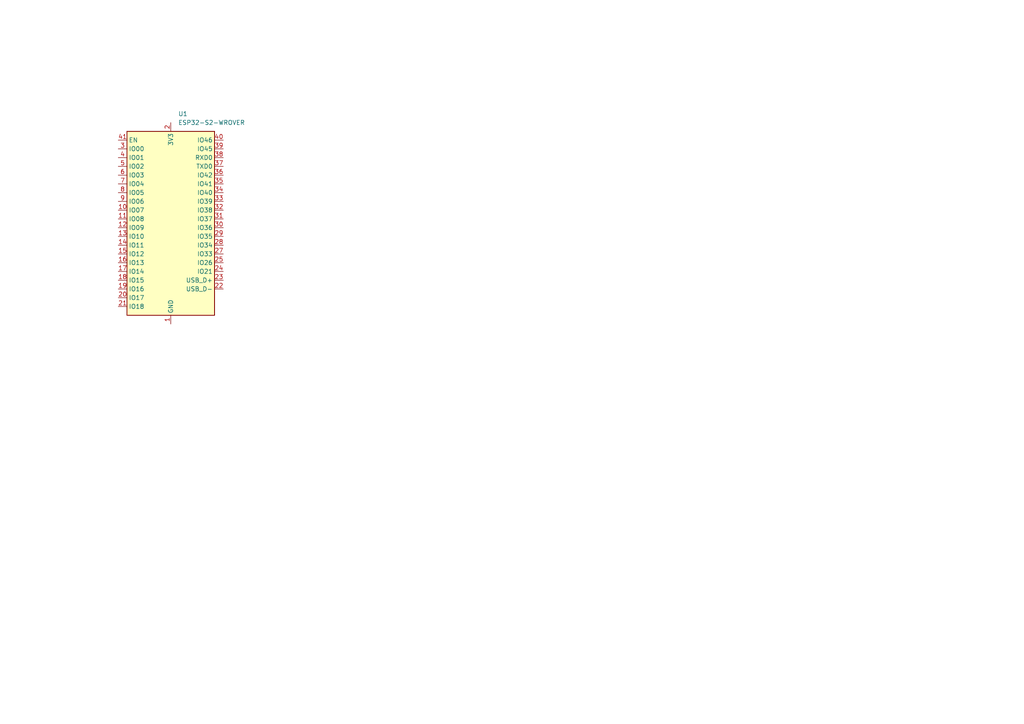
<source format=kicad_sch>
(kicad_sch (version 20250114) (generator "eeschema") (generator_version "9.0")
  (paper "A4")
  (lib_symbols
    (symbol "RF_Module:ESP32-S2-WROVER"
      (property "Reference" "U" (at -12.7 29.21 0))
      (property "Value" "ESP32-S2-WROVER" (at 2.54 29.21 0))
      (symbol "ESP32-S2-WROVER_0_1"
        (rectangle (start -12.7 27.94) (end 12.7 -25.4) (stroke (width 0.254)) (fill (type background)))
      )
      (symbol "ESP32-S2-WROVER_1_1"
        (pin input line (at -15.24 25.4 0) (length 2.54) (name "EN") (number "41"))
        (pin bidirectional line (at -15.24 22.86 0) (length 2.54) (name "IO00") (number "3"))
        (pin bidirectional line (at -15.24 20.32 0) (length 2.54) (name "IO01") (number "4"))
        (pin bidirectional line (at -15.24 17.78 0) (length 2.54) (name "IO02") (number "5"))
        (pin bidirectional line (at -15.24 15.24 0) (length 2.54) (name "IO03") (number "6"))
        (pin bidirectional line (at -15.24 12.7 0) (length 2.54) (name "IO04") (number "7"))
        (pin bidirectional line (at -15.24 10.16 0) (length 2.54) (name "IO05") (number "8"))
        (pin bidirectional line (at -15.24 7.62 0) (length 2.54) (name "IO06") (number "9"))
        (pin bidirectional line (at -15.24 5.08 0) (length 2.54) (name "IO07") (number "10"))
        (pin bidirectional line (at -15.24 2.54 0) (length 2.54) (name "IO08") (number "11"))
        (pin bidirectional line (at -15.24 0 0) (length 2.54) (name "IO09") (number "12"))
        (pin bidirectional line (at -15.24 -2.54 0) (length 2.54) (name "IO10") (number "13"))
        (pin bidirectional line (at -15.24 -5.08 0) (length 2.54) (name "IO11") (number "14"))
        (pin bidirectional line (at -15.24 -7.62 0) (length 2.54) (name "IO12") (number "15"))
        (pin bidirectional line (at -15.24 -10.16 0) (length 2.54) (name "IO13") (number "16"))
        (pin bidirectional line (at -15.24 -12.7 0) (length 2.54) (name "IO14") (number "17"))
        (pin bidirectional line (at -15.24 -15.24 0) (length 2.54) (name "IO15") (number "18"))
        (pin bidirectional line (at -15.24 -17.78 0) (length 2.54) (name "IO16") (number "19"))
        (pin bidirectional line (at -15.24 -20.32 0) (length 2.54) (name "IO17") (number "20"))
        (pin bidirectional line (at -15.24 -22.86 0) (length 2.54) (name "IO18") (number "21"))
        (pin power_in line (at 0 30.48 270) (length 2.54) (name "3V3") (number "2"))
        (pin power_in line (at 0 -27.94 90) (length 2.54) (name "GND") (number "1"))
        (pin passive line (at 0 -27.94 90) (length 2.54) (hide yes) (name "GND") (number "26"))
        (pin passive line (at 0 -27.94 90) (length 2.54) (hide yes) (name "GND") (number "42"))
        (pin passive line (at 0 -27.94 90) (length 2.54) (hide yes) (name "GND") (number "43"))
        (pin input line (at 15.24 25.4 180) (length 2.54) (name "IO46") (number "40"))
        (pin bidirectional line (at 15.24 22.86 180) (length 2.54) (name "IO45") (number "39"))
        (pin bidirectional line (at 15.24 20.32 180) (length 2.54) (name "RXD0") (number "38"))
        (pin bidirectional line (at 15.24 17.78 180) (length 2.54) (name "TXD0") (number "37"))
        (pin bidirectional line (at 15.24 15.24 180) (length 2.54) (name "IO42") (number "36"))
        (pin bidirectional line (at 15.24 12.7 180) (length 2.54) (name "IO41") (number "35"))
        (pin bidirectional line (at 15.24 10.16 180) (length 2.54) (name "IO40") (number "34"))
        (pin bidirectional line (at 15.24 7.62 180) (length 2.54) (name "IO39") (number "33"))
        (pin bidirectional line (at 15.24 5.08 180) (length 2.54) (name "IO38") (number "32"))
        (pin bidirectional line (at 15.24 2.54 180) (length 2.54) (name "IO37") (number "31"))
        (pin bidirectional line (at 15.24 0 180) (length 2.54) (name "IO36") (number "30"))
        (pin bidirectional line (at 15.24 -2.54 180) (length 2.54) (name "IO35") (number "29"))
        (pin bidirectional line (at 15.24 -5.08 180) (length 2.54) (name "IO34") (number "28"))
        (pin bidirectional line (at 15.24 -7.62 180) (length 2.54) (name "IO33") (number "27"))
        (pin bidirectional line (at 15.24 -10.16 180) (length 2.54) (name "IO26") (number "25"))
        (pin bidirectional line (at 15.24 -12.7 180) (length 2.54) (name "IO21") (number "24"))
        (pin bidirectional line (at 15.24 -15.24 180) (length 2.54) (name "USB_D+") (number "23"))
        (pin bidirectional line (at 15.24 -17.78 180) (length 2.54) (name "USB_D-") (number "22"))
      )
    )
  )
  (symbol (lib_id "RF_Module:ESP32-S2-WROVER") (at 49.53 66.04 0) (unit 1)
    (property "Reference" "U1" (at 51.6733 33.02 0) (effects (justify left)))
    (property "Value" "ESP32-S2-WROVER" (at 51.6733 35.56 0) (effects (justify left)))
    (property "Footprint" "RF_Module:ESP32-S2-WROVER" (effects (hide yes)))
    (property "Datasheet" "https://www.espressif.com/sites/default/files/documentation/esp32-s2-wroom_esp32-s2-wroom-i_datasheet_en.pdf" (effects (hide yes)))
    (property "Description" "RF Module, ESP32-D0WDQ6 SoC, Wi-Fi 802.11b/g/n, 32-bit, 2.7-3.6V, onboard antenna, SMD" (effects (hide yes)))
  )
)
</source>
